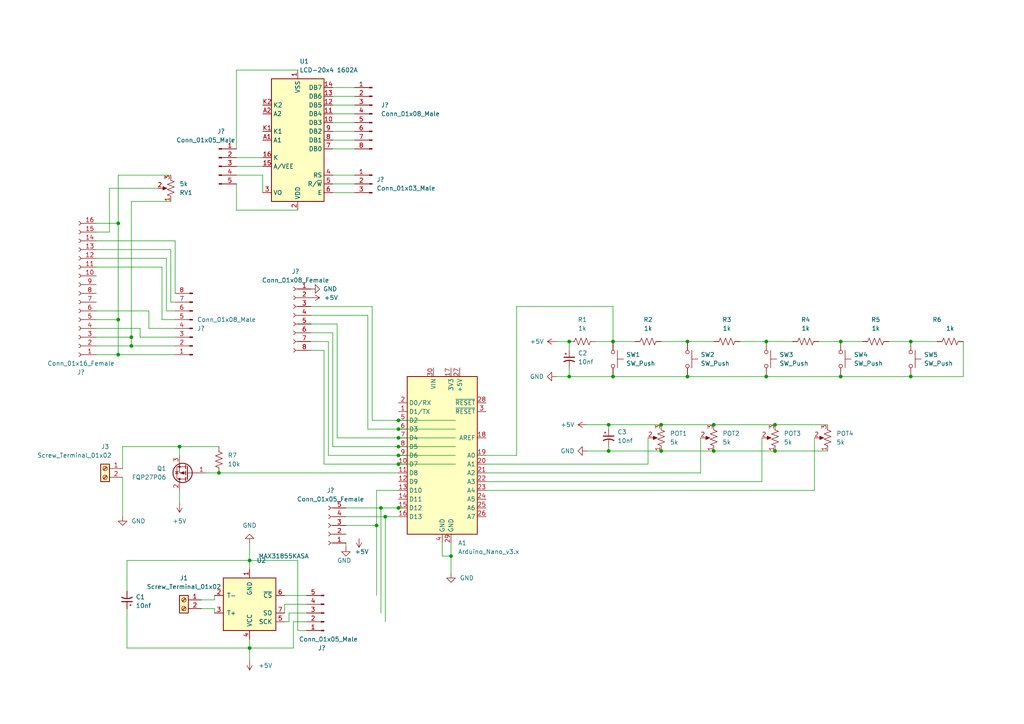
<source format=kicad_sch>
(kicad_sch (version 20211123) (generator eeschema)
  (paper "A4")
  (lib_symbols
    (symbol "Conn_01x05_Male_1" (pin_names (offset 1.016) hide)
      (property "Reference" "J" (at 0 7.62 0))
      (property "Value" "Conn_01x05_Male_1" (at 0 -7.62 0))
      (symbol "Conn_01x05_Male_1_1_1"
        (polyline (pts (xy 1.27 -5.08) (xy 0.8636 -5.08)) (stroke (width 0.1524)))
        (polyline (pts (xy 1.27 -2.54) (xy 0.8636 -2.54)) (stroke (width 0.1524)))
        (polyline (pts (xy 1.27 0) (xy 0.8636 0)) (stroke (width 0.1524)))
        (polyline (pts (xy 1.27 2.54) (xy 0.8636 2.54)) (stroke (width 0.1524)))
        (polyline (pts (xy 1.27 5.08) (xy 0.8636 5.08)) (stroke (width 0.1524)))
        (rectangle (start 0.8636 -4.953) (end 0 -5.207) (stroke (width 0.1524)) (fill (type outline)))
        (rectangle (start 0.8636 -2.413) (end 0 -2.667) (stroke (width 0.1524)) (fill (type outline)))
        (rectangle (start 0.8636 0.127) (end 0 -0.127) (stroke (width 0.1524)) (fill (type outline)))
        (rectangle (start 0.8636 2.667) (end 0 2.413) (stroke (width 0.1524)) (fill (type outline)))
        (rectangle (start 0.8636 5.207) (end 0 4.953) (stroke (width 0.1524)) (fill (type outline)))
        (pin passive line (at 5.08 5.08 180) (length 3.81) (name "Pin_1") (number "1"))
        (pin passive line (at 5.08 2.54 180) (length 3.81) (name "Pin_2") (number "2"))
        (pin passive line (at 5.08 0 180) (length 3.81) (name "Pin_3") (number "3"))
        (pin passive line (at 5.08 -2.54 180) (length 3.81) (name "Pin_4") (number "4"))
        (pin passive line (at 5.08 -5.08 180) (length 3.81) (name "Pin_5") (number "5"))
      )
    )
    (symbol "Connector:Conn_01x03_Male" (pin_names (offset 1.016) hide)
      (property "Reference" "J" (at 0 5.08 0))
      (property "Value" "Conn_01x03_Male" (at 0 -5.08 0))
      (symbol "Conn_01x03_Male_1_1"
        (polyline (pts (xy 1.27 -2.54) (xy 0.8636 -2.54)) (stroke (width 0.1524)))
        (polyline (pts (xy 1.27 0) (xy 0.8636 0)) (stroke (width 0.1524)))
        (polyline (pts (xy 1.27 2.54) (xy 0.8636 2.54)) (stroke (width 0.1524)))
        (rectangle (start 0.8636 -2.413) (end 0 -2.667) (stroke (width 0.1524)) (fill (type outline)))
        (rectangle (start 0.8636 0.127) (end 0 -0.127) (stroke (width 0.1524)) (fill (type outline)))
        (rectangle (start 0.8636 2.667) (end 0 2.413) (stroke (width 0.1524)) (fill (type outline)))
        (pin passive line (at 5.08 2.54 180) (length 3.81) (name "Pin_1") (number "1"))
        (pin passive line (at 5.08 0 180) (length 3.81) (name "Pin_2") (number "2"))
        (pin passive line (at 5.08 -2.54 180) (length 3.81) (name "Pin_3") (number "3"))
      )
    )
    (symbol "Connector:Conn_01x05_Female" (pin_names (offset 1.016) hide)
      (property "Reference" "J" (at 0 7.62 0))
      (property "Value" "Conn_01x05_Female" (at 0 -7.62 0))
      (symbol "Conn_01x05_Female_1_1"
        (arc (start 0 -4.572) (mid -0.508 -5.08) (end 0 -5.588) (stroke (width 0.1524)))
        (arc (start 0 -2.032) (mid -0.508 -2.54) (end 0 -3.048) (stroke (width 0.1524)))
        (polyline (pts (xy -1.27 -5.08) (xy -0.508 -5.08)) (stroke (width 0.1524)))
        (polyline (pts (xy -1.27 -2.54) (xy -0.508 -2.54)) (stroke (width 0.1524)))
        (polyline (pts (xy -1.27 0) (xy -0.508 0)) (stroke (width 0.1524)))
        (polyline (pts (xy -1.27 2.54) (xy -0.508 2.54)) (stroke (width 0.1524)))
        (polyline (pts (xy -1.27 5.08) (xy -0.508 5.08)) (stroke (width 0.1524)))
        (arc (start 0 0.508) (mid -0.508 0) (end 0 -0.508) (stroke (width 0.1524)))
        (arc (start 0 3.048) (mid -0.508 2.54) (end 0 2.032) (stroke (width 0.1524)))
        (arc (start 0 5.588) (mid -0.508 5.08) (end 0 4.572) (stroke (width 0.1524)))
        (pin passive line (at -5.08 5.08 0) (length 3.81) (name "Pin_1") (number "1"))
        (pin passive line (at -5.08 2.54 0) (length 3.81) (name "Pin_2") (number "2"))
        (pin passive line (at -5.08 0 0) (length 3.81) (name "Pin_3") (number "3"))
        (pin passive line (at -5.08 -2.54 0) (length 3.81) (name "Pin_4") (number "4"))
        (pin passive line (at -5.08 -5.08 0) (length 3.81) (name "Pin_5") (number "5"))
      )
    )
    (symbol "Connector:Conn_01x05_Male" (pin_names (offset 1.016) hide)
      (property "Reference" "J" (at 0 7.62 0))
      (property "Value" "Conn_01x05_Male" (at 0 -7.62 0))
      (symbol "Conn_01x05_Male_1_1"
        (polyline (pts (xy 1.27 -5.08) (xy 0.8636 -5.08)) (stroke (width 0.1524)))
        (polyline (pts (xy 1.27 -2.54) (xy 0.8636 -2.54)) (stroke (width 0.1524)))
        (polyline (pts (xy 1.27 0) (xy 0.8636 0)) (stroke (width 0.1524)))
        (polyline (pts (xy 1.27 2.54) (xy 0.8636 2.54)) (stroke (width 0.1524)))
        (polyline (pts (xy 1.27 5.08) (xy 0.8636 5.08)) (stroke (width 0.1524)))
        (rectangle (start 0.8636 -4.953) (end 0 -5.207) (stroke (width 0.1524)) (fill (type outline)))
        (rectangle (start 0.8636 -2.413) (end 0 -2.667) (stroke (width 0.1524)) (fill (type outline)))
        (rectangle (start 0.8636 0.127) (end 0 -0.127) (stroke (width 0.1524)) (fill (type outline)))
        (rectangle (start 0.8636 2.667) (end 0 2.413) (stroke (width 0.1524)) (fill (type outline)))
        (rectangle (start 0.8636 5.207) (end 0 4.953) (stroke (width 0.1524)) (fill (type outline)))
        (pin passive line (at 5.08 5.08 180) (length 3.81) (name "Pin_1") (number "1"))
        (pin passive line (at 5.08 2.54 180) (length 3.81) (name "Pin_2") (number "2"))
        (pin passive line (at 5.08 0 180) (length 3.81) (name "Pin_3") (number "3"))
        (pin passive line (at 5.08 -2.54 180) (length 3.81) (name "Pin_4") (number "4"))
        (pin passive line (at 5.08 -5.08 180) (length 3.81) (name "Pin_5") (number "5"))
      )
    )
    (symbol "Connector:Conn_01x08_Female" (pin_names (offset 1.016) hide)
      (property "Reference" "J" (at 0 10.16 0))
      (property "Value" "Conn_01x08_Female" (at 0 -12.7 0))
      (symbol "Conn_01x08_Female_1_1"
        (arc (start 0 -9.652) (mid -0.508 -10.16) (end 0 -10.668) (stroke (width 0.1524)))
        (arc (start 0 -7.112) (mid -0.508 -7.62) (end 0 -8.128) (stroke (width 0.1524)))
        (arc (start 0 -4.572) (mid -0.508 -5.08) (end 0 -5.588) (stroke (width 0.1524)))
        (arc (start 0 -2.032) (mid -0.508 -2.54) (end 0 -3.048) (stroke (width 0.1524)))
        (polyline (pts (xy -1.27 -10.16) (xy -0.508 -10.16)) (stroke (width 0.1524)))
        (polyline (pts (xy -1.27 -7.62) (xy -0.508 -7.62)) (stroke (width 0.1524)))
        (polyline (pts (xy -1.27 -5.08) (xy -0.508 -5.08)) (stroke (width 0.1524)))
        (polyline (pts (xy -1.27 -2.54) (xy -0.508 -2.54)) (stroke (width 0.1524)))
        (polyline (pts (xy -1.27 0) (xy -0.508 0)) (stroke (width 0.1524)))
        (polyline (pts (xy -1.27 2.54) (xy -0.508 2.54)) (stroke (width 0.1524)))
        (polyline (pts (xy -1.27 5.08) (xy -0.508 5.08)) (stroke (width 0.1524)))
        (polyline (pts (xy -1.27 7.62) (xy -0.508 7.62)) (stroke (width 0.1524)))
        (arc (start 0 0.508) (mid -0.508 0) (end 0 -0.508) (stroke (width 0.1524)))
        (arc (start 0 3.048) (mid -0.508 2.54) (end 0 2.032) (stroke (width 0.1524)))
        (arc (start 0 5.588) (mid -0.508 5.08) (end 0 4.572) (stroke (width 0.1524)))
        (arc (start 0 8.128) (mid -0.508 7.62) (end 0 7.112) (stroke (width 0.1524)))
        (pin passive line (at -5.08 7.62 0) (length 3.81) (name "Pin_1") (number "1"))
        (pin passive line (at -5.08 5.08 0) (length 3.81) (name "Pin_2") (number "2"))
        (pin passive line (at -5.08 2.54 0) (length 3.81) (name "Pin_3") (number "3"))
        (pin passive line (at -5.08 0 0) (length 3.81) (name "Pin_4") (number "4"))
        (pin passive line (at -5.08 -2.54 0) (length 3.81) (name "Pin_5") (number "5"))
        (pin passive line (at -5.08 -5.08 0) (length 3.81) (name "Pin_6") (number "6"))
        (pin passive line (at -5.08 -7.62 0) (length 3.81) (name "Pin_7") (number "7"))
        (pin passive line (at -5.08 -10.16 0) (length 3.81) (name "Pin_8") (number "8"))
      )
    )
    (symbol "Connector:Conn_01x08_Male" (pin_names (offset 1.016) hide)
      (property "Reference" "J" (at 0 10.16 0))
      (property "Value" "Conn_01x08_Male" (at 0 -12.7 0))
      (symbol "Conn_01x08_Male_1_1"
        (polyline (pts (xy 1.27 -10.16) (xy 0.8636 -10.16)) (stroke (width 0.1524)))
        (polyline (pts (xy 1.27 -7.62) (xy 0.8636 -7.62)) (stroke (width 0.1524)))
        (polyline (pts (xy 1.27 -5.08) (xy 0.8636 -5.08)) (stroke (width 0.1524)))
        (polyline (pts (xy 1.27 -2.54) (xy 0.8636 -2.54)) (stroke (width 0.1524)))
        (polyline (pts (xy 1.27 0) (xy 0.8636 0)) (stroke (width 0.1524)))
        (polyline (pts (xy 1.27 2.54) (xy 0.8636 2.54)) (stroke (width 0.1524)))
        (polyline (pts (xy 1.27 5.08) (xy 0.8636 5.08)) (stroke (width 0.1524)))
        (polyline (pts (xy 1.27 7.62) (xy 0.8636 7.62)) (stroke (width 0.1524)))
        (rectangle (start 0.8636 -10.033) (end 0 -10.287) (stroke (width 0.1524)) (fill (type outline)))
        (rectangle (start 0.8636 -7.493) (end 0 -7.747) (stroke (width 0.1524)) (fill (type outline)))
        (rectangle (start 0.8636 -4.953) (end 0 -5.207) (stroke (width 0.1524)) (fill (type outline)))
        (rectangle (start 0.8636 -2.413) (end 0 -2.667) (stroke (width 0.1524)) (fill (type outline)))
        (rectangle (start 0.8636 0.127) (end 0 -0.127) (stroke (width 0.1524)) (fill (type outline)))
        (rectangle (start 0.8636 2.667) (end 0 2.413) (stroke (width 0.1524)) (fill (type outline)))
        (rectangle (start 0.8636 5.207) (end 0 4.953) (stroke (width 0.1524)) (fill (type outline)))
        (rectangle (start 0.8636 7.747) (end 0 7.493) (stroke (width 0.1524)) (fill (type outline)))
        (pin passive line (at 5.08 7.62 180) (length 3.81) (name "Pin_1") (number "1"))
        (pin passive line (at 5.08 5.08 180) (length 3.81) (name "Pin_2") (number "2"))
        (pin passive line (at 5.08 2.54 180) (length 3.81) (name "Pin_3") (number "3"))
        (pin passive line (at 5.08 0 180) (length 3.81) (name "Pin_4") (number "4"))
        (pin passive line (at 5.08 -2.54 180) (length 3.81) (name "Pin_5") (number "5"))
        (pin passive line (at 5.08 -5.08 180) (length 3.81) (name "Pin_6") (number "6"))
        (pin passive line (at 5.08 -7.62 180) (length 3.81) (name "Pin_7") (number "7"))
        (pin passive line (at 5.08 -10.16 180) (length 3.81) (name "Pin_8") (number "8"))
      )
    )
    (symbol "Connector:Conn_01x16_Female" (pin_names (offset 1.016) hide)
      (property "Reference" "J" (at 0 20.32 0))
      (property "Value" "Conn_01x16_Female" (at 0 -22.86 0))
      (symbol "Conn_01x16_Female_1_1"
        (arc (start 0 -19.812) (mid -0.508 -20.32) (end 0 -20.828) (stroke (width 0.1524)))
        (arc (start 0 -17.272) (mid -0.508 -17.78) (end 0 -18.288) (stroke (width 0.1524)))
        (arc (start 0 -14.732) (mid -0.508 -15.24) (end 0 -15.748) (stroke (width 0.1524)))
        (arc (start 0 -12.192) (mid -0.508 -12.7) (end 0 -13.208) (stroke (width 0.1524)))
        (arc (start 0 -9.652) (mid -0.508 -10.16) (end 0 -10.668) (stroke (width 0.1524)))
        (arc (start 0 -7.112) (mid -0.508 -7.62) (end 0 -8.128) (stroke (width 0.1524)))
        (arc (start 0 -4.572) (mid -0.508 -5.08) (end 0 -5.588) (stroke (width 0.1524)))
        (arc (start 0 -2.032) (mid -0.508 -2.54) (end 0 -3.048) (stroke (width 0.1524)))
        (polyline (pts (xy -1.27 -20.32) (xy -0.508 -20.32)) (stroke (width 0.1524)))
        (polyline (pts (xy -1.27 -17.78) (xy -0.508 -17.78)) (stroke (width 0.1524)))
        (polyline (pts (xy -1.27 -15.24) (xy -0.508 -15.24)) (stroke (width 0.1524)))
        (polyline (pts (xy -1.27 -12.7) (xy -0.508 -12.7)) (stroke (width 0.1524)))
        (polyline (pts (xy -1.27 -10.16) (xy -0.508 -10.16)) (stroke (width 0.1524)))
        (polyline (pts (xy -1.27 -7.62) (xy -0.508 -7.62)) (stroke (width 0.1524)))
        (polyline (pts (xy -1.27 -5.08) (xy -0.508 -5.08)) (stroke (width 0.1524)))
        (polyline (pts (xy -1.27 -2.54) (xy -0.508 -2.54)) (stroke (width 0.1524)))
        (polyline (pts (xy -1.27 0) (xy -0.508 0)) (stroke (width 0.1524)))
        (polyline (pts (xy -1.27 2.54) (xy -0.508 2.54)) (stroke (width 0.1524)))
        (polyline (pts (xy -1.27 5.08) (xy -0.508 5.08)) (stroke (width 0.1524)))
        (polyline (pts (xy -1.27 7.62) (xy -0.508 7.62)) (stroke (width 0.1524)))
        (polyline (pts (xy -1.27 10.16) (xy -0.508 10.16)) (stroke (width 0.1524)))
        (polyline (pts (xy -1.27 12.7) (xy -0.508 12.7)) (stroke (width 0.1524)))
        (polyline (pts (xy -1.27 15.24) (xy -0.508 15.24)) (stroke (width 0.1524)))
        (polyline (pts (xy -1.27 17.78) (xy -0.508 17.78)) (stroke (width 0.1524)))
        (arc (start 0 0.508) (mid -0.508 0) (end 0 -0.508) (stroke (width 0.1524)))
        (arc (start 0 3.048) (mid -0.508 2.54) (end 0 2.032) (stroke (width 0.1524)))
        (arc (start 0 5.588) (mid -0.508 5.08) (end 0 4.572) (stroke (width 0.1524)))
        (arc (start 0 8.128) (mid -0.508 7.62) (end 0 7.112) (stroke (width 0.1524)))
        (arc (start 0 10.668) (mid -0.508 10.16) (end 0 9.652) (stroke (width 0.1524)))
        (arc (start 0 13.208) (mid -0.508 12.7) (end 0 12.192) (stroke (width 0.1524)))
        (arc (start 0 15.748) (mid -0.508 15.24) (end 0 14.732) (stroke (width 0.1524)))
        (arc (start 0 18.288) (mid -0.508 17.78) (end 0 17.272) (stroke (width 0.1524)))
        (pin passive line (at -5.08 17.78 0) (length 3.81) (name "Pin_1") (number "1"))
        (pin passive line (at -5.08 -5.08 0) (length 3.81) (name "Pin_10") (number "10"))
        (pin passive line (at -5.08 -7.62 0) (length 3.81) (name "Pin_11") (number "11"))
        (pin passive line (at -5.08 -10.16 0) (length 3.81) (name "Pin_12") (number "12"))
        (pin passive line (at -5.08 -12.7 0) (length 3.81) (name "Pin_13") (number "13"))
        (pin passive line (at -5.08 -15.24 0) (length 3.81) (name "Pin_14") (number "14"))
        (pin passive line (at -5.08 -17.78 0) (length 3.81) (name "Pin_15") (number "15"))
        (pin passive line (at -5.08 -20.32 0) (length 3.81) (name "Pin_16") (number "16"))
        (pin passive line (at -5.08 15.24 0) (length 3.81) (name "Pin_2") (number "2"))
        (pin passive line (at -5.08 12.7 0) (length 3.81) (name "Pin_3") (number "3"))
        (pin passive line (at -5.08 10.16 0) (length 3.81) (name "Pin_4") (number "4"))
        (pin passive line (at -5.08 7.62 0) (length 3.81) (name "Pin_5") (number "5"))
        (pin passive line (at -5.08 5.08 0) (length 3.81) (name "Pin_6") (number "6"))
        (pin passive line (at -5.08 2.54 0) (length 3.81) (name "Pin_7") (number "7"))
        (pin passive line (at -5.08 0 0) (length 3.81) (name "Pin_8") (number "8"))
        (pin passive line (at -5.08 -2.54 0) (length 3.81) (name "Pin_9") (number "9"))
      )
    )
    (symbol "Connector:Screw_Terminal_01x02" (pin_names (offset 1.016) hide)
      (property "Reference" "J" (at 0 2.54 0))
      (property "Value" "Screw_Terminal_01x02" (at 0 -5.08 0))
      (symbol "Screw_Terminal_01x02_1_1"
        (rectangle (start -1.27 1.27) (end 1.27 -3.81) (stroke (width 0.254)) (fill (type background)))
        (circle (center 0 -2.54) (radius 0.635) (stroke (width 0.1524)))
        (polyline (pts (xy -0.5334 -2.2098) (xy 0.3302 -3.048)) (stroke (width 0.1524)))
        (polyline (pts (xy -0.5334 0.3302) (xy 0.3302 -0.508)) (stroke (width 0.1524)))
        (polyline (pts (xy -0.3556 -2.032) (xy 0.508 -2.8702)) (stroke (width 0.1524)))
        (polyline (pts (xy -0.3556 0.508) (xy 0.508 -0.3302)) (stroke (width 0.1524)))
        (circle (center 0 0) (radius 0.635) (stroke (width 0.1524)))
        (pin passive line (at -5.08 0 0) (length 3.81) (name "Pin_1") (number "1"))
        (pin passive line (at -5.08 -2.54 0) (length 3.81) (name "Pin_2") (number "2"))
      )
    )
    (symbol "Device:C_Polarized_Small_US" (pin_numbers hide) (pin_names (offset 0.254) hide)
      (property "Reference" "C" (at 0.254 1.778 0))
      (property "Value" "C_Polarized_Small_US" (at 0.254 -2.032 0))
      (symbol "C_Polarized_Small_US_0_1"
        (polyline (pts (xy -1.524 0.508) (xy 1.524 0.508)) (stroke (width 0.3048)))
        (polyline (pts (xy -1.27 1.524) (xy -0.762 1.524)))
        (polyline (pts (xy -1.016 1.27) (xy -1.016 1.778)))
        (arc (start 1.524 -0.762) (mid 0 -0.3734) (end -1.524 -0.762) (stroke (width 0.3048)))
      )
      (symbol "C_Polarized_Small_US_1_1"
        (pin passive line (at 0 2.54 270) (length 2.032) (name "~") (number "1"))
        (pin passive line (at 0 -2.54 90) (length 2.032) (name "~") (number "2"))
      )
    )
    (symbol "Device:R_Potentiometer_US" (pin_names (offset 1.016) hide)
      (property "Reference" "RV" (at -4.445 0 90))
      (property "Value" "R_Potentiometer_US" (at -2.54 0 90))
      (symbol "R_Potentiometer_US_0_1"
        (polyline (pts (xy 0 -2.286) (xy 0 -2.54)))
        (polyline (pts (xy 0 2.54) (xy 0 2.286)))
        (polyline (pts (xy 2.54 0) (xy 1.524 0)))
        (polyline (pts (xy 1.143 0) (xy 2.286 0.508) (xy 2.286 -0.508) (xy 1.143 0)) (fill (type outline)))
        (polyline (pts (xy 0 -0.762) (xy 1.016 -1.143) (xy 0 -1.524) (xy -1.016 -1.905) (xy 0 -2.286)))
        (polyline (pts (xy 0 0.762) (xy 1.016 0.381) (xy 0 0) (xy -1.016 -0.381) (xy 0 -0.762)))
        (polyline (pts (xy 0 2.286) (xy 1.016 1.905) (xy 0 1.524) (xy -1.016 1.143) (xy 0 0.762)))
      )
      (symbol "R_Potentiometer_US_1_1"
        (pin passive line (at 0 3.81 270) (length 1.27) (name "1") (number "1"))
        (pin passive line (at 3.81 0 180) (length 1.27) (name "2") (number "2"))
        (pin passive line (at 0 -3.81 90) (length 1.27) (name "3") (number "3"))
      )
    )
    (symbol "Device:R_US" (pin_numbers hide) (pin_names (offset 0))
      (property "Reference" "R" (at 2.54 0 90))
      (property "Value" "R_US" (at -2.54 0 90))
      (symbol "R_US_0_1"
        (polyline (pts (xy 0 -2.286) (xy 0 -2.54)))
        (polyline (pts (xy 0 2.286) (xy 0 2.54)))
        (polyline (pts (xy 0 -0.762) (xy 1.016 -1.143) (xy 0 -1.524) (xy -1.016 -1.905) (xy 0 -2.286)))
        (polyline (pts (xy 0 0.762) (xy 1.016 0.381) (xy 0 0) (xy -1.016 -0.381) (xy 0 -0.762)))
        (polyline (pts (xy 0 2.286) (xy 1.016 1.905) (xy 0 1.524) (xy -1.016 1.143) (xy 0 0.762)))
      )
      (symbol "R_US_1_1"
        (pin passive line (at 0 3.81 270) (length 1.27) (name "~") (number "1"))
        (pin passive line (at 0 -3.81 90) (length 1.27) (name "~") (number "2"))
      )
    )
    (symbol "Display_Character:LCD-016N002L"
      (property "Reference" "U" (at -6.35 18.796 0))
      (property "Value" "LCD-016N002L" (at 8.636 18.796 0))
      (symbol "LCD-016N002L_1_1"
        (rectangle (start -7.62 17.78) (end 7.62 -17.78) (stroke (width 0.254)) (fill (type background)))
        (pin power_in line (at 0 -20.32 90) (length 2.54) (name "VSS") (number "1"))
        (pin bidirectional line (at -10.16 -5.08 0) (length 2.54) (name "DB3") (number "10"))
        (pin bidirectional line (at -10.16 -7.62 0) (length 2.54) (name "DB4") (number "11"))
        (pin bidirectional line (at -10.16 -10.16 0) (length 2.54) (name "DB5") (number "12"))
        (pin bidirectional line (at -10.16 -12.7 0) (length 2.54) (name "DB6") (number "13"))
        (pin bidirectional line (at -10.16 -15.24 0) (length 2.54) (name "DB7") (number "14"))
        (pin power_in line (at 10.16 7.62 180) (length 2.54) (name "A/VEE") (number "15"))
        (pin power_in line (at 10.16 5.08 180) (length 2.54) (name "K") (number "16"))
        (pin power_in line (at 0 20.32 270) (length 2.54) (name "VDD") (number "2"))
        (pin input line (at 10.16 15.24 180) (length 2.54) (name "VO") (number "3"))
        (pin input line (at -10.16 10.16 0) (length 2.54) (name "RS") (number "4"))
        (pin input line (at -10.16 12.7 0) (length 2.54) (name "R/~{W}") (number "5"))
        (pin input line (at -10.16 15.24 0) (length 2.54) (name "E") (number "6"))
        (pin bidirectional line (at -10.16 2.54 0) (length 2.54) (name "DB0") (number "7"))
        (pin bidirectional line (at -10.16 0 0) (length 2.54) (name "DB1") (number "8"))
        (pin bidirectional line (at -10.16 -2.54 0) (length 2.54) (name "DB2") (number "9"))
        (pin power_in line (at 10.16 0 180) (length 2.54) (name "A1") (number "A1"))
        (pin power_in line (at 10.16 -7.62 180) (length 2.54) (name "A2") (number "A2"))
        (pin power_in line (at 10.16 -2.54 180) (length 2.54) (name "K1") (number "K1"))
        (pin power_in line (at 10.16 -10.16 180) (length 2.54) (name "K2") (number "K2"))
      )
    )
    (symbol "MCU_Module:Arduino_Nano_v3.x"
      (property "Reference" "A" (at -10.16 23.495 0))
      (property "Value" "Arduino_Nano_v3.x" (at 5.08 -24.13 0))
      (symbol "Arduino_Nano_v3.x_0_1"
        (rectangle (start -10.16 22.86) (end 10.16 -22.86) (stroke (width 0.254)) (fill (type background)))
      )
      (symbol "Arduino_Nano_v3.x_1_1"
        (pin bidirectional line (at -12.7 12.7 0) (length 2.54) (name "D1/TX") (number "1"))
        (pin bidirectional line (at -12.7 -2.54 0) (length 2.54) (name "D7") (number "10"))
        (pin bidirectional line (at -12.7 -5.08 0) (length 2.54) (name "D8") (number "11"))
        (pin bidirectional line (at -12.7 -7.62 0) (length 2.54) (name "D9") (number "12"))
        (pin bidirectional line (at -12.7 -10.16 0) (length 2.54) (name "D10") (number "13"))
        (pin bidirectional line (at -12.7 -12.7 0) (length 2.54) (name "D11") (number "14"))
        (pin bidirectional line (at -12.7 -15.24 0) (length 2.54) (name "D12") (number "15"))
        (pin bidirectional line (at -12.7 -17.78 0) (length 2.54) (name "D13") (number "16"))
        (pin power_out line (at 2.54 25.4 270) (length 2.54) (name "3V3") (number "17"))
        (pin input line (at 12.7 5.08 180) (length 2.54) (name "AREF") (number "18"))
        (pin bidirectional line (at 12.7 0 180) (length 2.54) (name "A0") (number "19"))
        (pin bidirectional line (at -12.7 15.24 0) (length 2.54) (name "D0/RX") (number "2"))
        (pin bidirectional line (at 12.7 -2.54 180) (length 2.54) (name "A1") (number "20"))
        (pin bidirectional line (at 12.7 -5.08 180) (length 2.54) (name "A2") (number "21"))
        (pin bidirectional line (at 12.7 -7.62 180) (length 2.54) (name "A3") (number "22"))
        (pin bidirectional line (at 12.7 -10.16 180) (length 2.54) (name "A4") (number "23"))
        (pin bidirectional line (at 12.7 -12.7 180) (length 2.54) (name "A5") (number "24"))
        (pin bidirectional line (at 12.7 -15.24 180) (length 2.54) (name "A6") (number "25"))
        (pin bidirectional line (at 12.7 -17.78 180) (length 2.54) (name "A7") (number "26"))
        (pin power_out line (at 5.08 25.4 270) (length 2.54) (name "+5V") (number "27"))
        (pin input line (at 12.7 15.24 180) (length 2.54) (name "~{RESET}") (number "28"))
        (pin power_in line (at 2.54 -25.4 90) (length 2.54) (name "GND") (number "29"))
        (pin input line (at 12.7 12.7 180) (length 2.54) (name "~{RESET}") (number "3"))
        (pin power_in line (at -2.54 25.4 270) (length 2.54) (name "VIN") (number "30"))
        (pin power_in line (at 0 -25.4 90) (length 2.54) (name "GND") (number "4"))
        (pin bidirectional line (at -12.7 10.16 0) (length 2.54) (name "D2") (number "5"))
        (pin bidirectional line (at -12.7 7.62 0) (length 2.54) (name "D3") (number "6"))
        (pin bidirectional line (at -12.7 5.08 0) (length 2.54) (name "D4") (number "7"))
        (pin bidirectional line (at -12.7 2.54 0) (length 2.54) (name "D5") (number "8"))
        (pin bidirectional line (at -12.7 0 0) (length 2.54) (name "D6") (number "9"))
      )
    )
    (symbol "Sensor_Temperature:MAX31855KASA" (pin_names (offset 1.016))
      (property "Reference" "U" (at -7.62 8.89 0))
      (property "Value" "MAX31855KASA" (at 1.27 8.89 0))
      (symbol "MAX31855KASA_0_1"
        (rectangle (start -7.62 7.62) (end 7.62 -7.62) (stroke (width 0.254)) (fill (type background)))
      )
      (symbol "MAX31855KASA_1_1"
        (pin power_in line (at 0 -10.16 90) (length 2.54) (name "GND") (number "1"))
        (pin passive line (at -10.16 -2.54 0) (length 2.54) (name "T-") (number "2"))
        (pin passive line (at -10.16 2.54 0) (length 2.54) (name "T+") (number "3"))
        (pin power_in line (at 0 10.16 270) (length 2.54) (name "VCC") (number "4"))
        (pin input line (at 10.16 5.08 180) (length 2.54) (name "SCK") (number "5"))
        (pin input line (at 10.16 -2.54 180) (length 2.54) (name "~{CS}") (number "6"))
        (pin tri_state line (at 10.16 2.54 180) (length 2.54) (name "SO") (number "7"))
      )
    )
    (symbol "Switch:SW_Push" (pin_numbers hide) (pin_names (offset 1.016) hide)
      (property "Reference" "SW" (at 1.27 2.54 0))
      (property "Value" "SW_Push" (at 0 -1.524 0))
      (symbol "SW_Push_0_1"
        (circle (center -2.032 0) (radius 0.508))
        (polyline (pts (xy 0 1.27) (xy 0 3.048)))
        (polyline (pts (xy 2.54 1.27) (xy -2.54 1.27)))
        (circle (center 2.032 0) (radius 0.508))
        (pin passive line (at -5.08 0 0) (length 2.54) (name "1") (number "1"))
        (pin passive line (at 5.08 0 180) (length 2.54) (name "2") (number "2"))
      )
    )
    (symbol "Transistor_FET:FQP27P06" (pin_names hide)
      (property "Reference" "Q" (at 5.08 1.905 0))
      (property "Value" "FQP27P06" (at 5.08 0 0))
      (symbol "FQP27P06_0_1"
        (polyline (pts (xy 0.254 0) (xy -2.54 0)))
        (polyline (pts (xy 0.254 1.905) (xy 0.254 -1.905)) (stroke (width 0.254)))
        (polyline (pts (xy 0.762 -1.27) (xy 0.762 -2.286)) (stroke (width 0.254)))
        (polyline (pts (xy 0.762 0.508) (xy 0.762 -0.508)) (stroke (width 0.254)))
        (polyline (pts (xy 0.762 2.286) (xy 0.762 1.27)) (stroke (width 0.254)))
        (polyline (pts (xy 2.54 2.54) (xy 2.54 1.778)))
        (polyline (pts (xy 2.54 -2.54) (xy 2.54 0) (xy 0.762 0)))
        (polyline (pts (xy 0.762 1.778) (xy 3.302 1.778) (xy 3.302 -1.778) (xy 0.762 -1.778)))
        (polyline (pts (xy 2.286 0) (xy 1.27 0.381) (xy 1.27 -0.381) (xy 2.286 0)) (fill (type outline)))
        (polyline (pts (xy 2.794 -0.508) (xy 2.921 -0.381) (xy 3.683 -0.381) (xy 3.81 -0.254)))
        (polyline (pts (xy 3.302 -0.381) (xy 2.921 0.254) (xy 3.683 0.254) (xy 3.302 -0.381)))
        (circle (center 1.651 0) (radius 2.794) (stroke (width 0.254)))
        (circle (center 2.54 -1.778) (radius 0.254) (fill (type outline)))
        (circle (center 2.54 1.778) (radius 0.254) (fill (type outline)))
      )
      (symbol "FQP27P06_1_1"
        (pin input line (at -5.08 0 0) (length 2.54) (name "G") (number "1"))
        (pin passive line (at 2.54 5.08 270) (length 2.54) (name "D") (number "2"))
        (pin passive line (at 2.54 -5.08 90) (length 2.54) (name "S") (number "3"))
      )
    )
    (symbol "power:+5V" (power) (pin_names (offset 0))
      (property "Value" "+5V" (at 0 3.556 0))
      (symbol "+5V_0_1"
        (polyline (pts (xy -0.762 1.27) (xy 0 2.54)))
        (polyline (pts (xy 0 0) (xy 0 2.54)))
        (polyline (pts (xy 0 2.54) (xy 0.762 1.27)))
      )
      (symbol "+5V_1_1"
        (pin power_in line (at 0 0 90) (length 0) hide (name "+5V") (number "1"))
      )
    )
    (symbol "power:GND" (power) (pin_names (offset 0))
      (property "Value" "GND" (at 0 -3.81 0))
      (symbol "GND_0_1"
        (polyline (pts (xy 0 0) (xy 0 -1.27) (xy 1.27 -1.27) (xy 0 -2.54) (xy -1.27 -1.27) (xy 0 -1.27)))
      )
      (symbol "GND_1_1"
        (pin power_in line (at 0 0 270) (length 0) hide (name "GND") (number "1"))
      )
    )
  )
  (junction (at 38.1 97.79))
  (junction (at 264.16 99.06))
  (junction (at 165.1 109.22))
  (junction (at 165.1 99.06))
  (junction (at 264.16 109.22))
  (junction (at 52.07 129.54))
  (junction (at 199.39 109.22))
  (junction (at 115.57 121.92))
  (junction (at 130.81 161.29))
  (junction (at 72.39 187.96))
  (junction (at 115.57 134.62))
  (junction (at 207.01 123.19))
  (junction (at 224.79 130.81))
  (junction (at 115.57 124.46))
  (junction (at 176.53 130.81))
  (junction (at 177.8 99.06))
  (junction (at 222.25 99.06))
  (junction (at 34.29 92.71))
  (junction (at 207.01 130.81))
  (junction (at 111.76 149.86))
  (junction (at 38.1 100.33))
  (junction (at 34.29 64.77))
  (junction (at 34.29 102.87))
  (junction (at 176.53 123.19))
  (junction (at 243.84 99.06))
  (junction (at 177.8 109.22))
  (junction (at 63.5 137.16))
  (junction (at 115.57 132.08))
  (junction (at 115.57 127))
  (junction (at 191.77 130.81))
  (junction (at 109.22 152.4))
  (junction (at 115.57 129.54))
  (junction (at 72.39 162.56))
  (junction (at 115.57 147.32))
  (junction (at 199.39 99.06))
  (junction (at 110.49 147.32))
  (junction (at 222.25 109.22))
  (junction (at 224.79 123.19))
  (junction (at 243.84 109.22))
  (junction (at 191.77 123.19))
  (wire (pts (xy 63.5 137.16) (xy 115.57 137.16)))
  (wire (pts (xy 90.17 99.06) (xy 95.25 99.06)))
  (wire (pts (xy 52.07 142.24) (xy 52.07 146.05)))
  (wire (pts (xy 207.01 99.06) (xy 199.39 99.06)))
  (wire (pts (xy 115.57 147.32) (xy 116.84 147.32)))
  (wire (pts (xy 102.87 33.02) (xy 96.52 33.02)))
  (wire (pts (xy 27.94 92.71) (xy 34.29 92.71)))
  (wire (pts (xy 72.39 185.42) (xy 72.39 187.96)))
  (wire (pts (xy 140.97 139.7) (xy 220.98 139.7)))
  (wire (pts (xy 177.8 99.06) (xy 184.15 99.06)))
  (wire (pts (xy 38.1 100.33) (xy 50.8 100.33)))
  (wire (pts (xy 93.98 134.62) (xy 93.98 101.6)))
  (wire (pts (xy 207.01 130.81) (xy 224.79 130.81)))
  (wire (pts (xy 43.18 90.17) (xy 27.94 90.17)))
  (wire (pts (xy 102.87 50.8) (xy 96.52 50.8)))
  (wire (pts (xy 176.53 123.19) (xy 176.53 124.46)))
  (wire (pts (xy 50.8 95.25) (xy 43.18 95.25)))
  (wire (pts (xy 264.16 109.22) (xy 243.84 109.22)))
  (wire (pts (xy 100.33 149.86) (xy 111.76 149.86)))
  (wire (pts (xy 229.87 99.06) (xy 222.25 99.06)))
  (wire (pts (xy 35.56 135.89) (xy 35.56 129.54)))
  (wire (pts (xy 85.09 180.34) (xy 85.09 187.96)))
  (wire (pts (xy 27.94 77.47) (xy 46.99 77.47)))
  (wire (pts (xy 128.27 157.48) (xy 128.27 161.29)))
  (wire (pts (xy 102.87 30.48) (xy 96.52 30.48)))
  (wire (pts (xy 115.57 129.54) (xy 96.52 129.54)))
  (wire (pts (xy 279.4 99.06) (xy 279.4 109.22)))
  (wire (pts (xy 95.25 99.06) (xy 95.25 132.08)))
  (wire (pts (xy 250.19 99.06) (xy 243.84 99.06)))
  (wire (pts (xy 111.76 149.86) (xy 115.57 149.86)))
  (wire (pts (xy 40.64 95.25) (xy 27.94 95.25)))
  (wire (pts (xy 100.33 157.48) (xy 100.33 158.75)))
  (wire (pts (xy 43.18 95.25) (xy 43.18 90.17)))
  (wire (pts (xy 97.79 93.98) (xy 97.79 127)))
  (wire (pts (xy 130.81 161.29) (xy 130.81 166.37)))
  (wire (pts (xy 140.97 134.62) (xy 187.96 134.62)))
  (wire (pts (xy 31.75 54.61) (xy 45.72 54.61)))
  (wire (pts (xy 27.94 69.85) (xy 50.8 69.85)))
  (wire (pts (xy 68.58 43.18) (xy 68.58 20.32)))
  (wire (pts (xy 86.36 182.88) (xy 88.9 182.88)))
  (wire (pts (xy 27.94 64.77) (xy 34.29 64.77)))
  (wire (pts (xy 36.83 187.96) (xy 72.39 187.96)))
  (wire (pts (xy 50.8 85.09) (xy 50.8 69.85)))
  (wire (pts (xy 82.55 172.72) (xy 88.9 172.72)))
  (wire (pts (xy 68.58 45.72) (xy 76.2 45.72)))
  (wire (pts (xy 109.22 142.24) (xy 109.22 152.4)))
  (wire (pts (xy 191.77 99.06) (xy 199.39 99.06)))
  (wire (pts (xy 191.77 123.19) (xy 207.01 123.19)))
  (wire (pts (xy 199.39 109.22) (xy 177.8 109.22)))
  (wire (pts (xy 187.96 134.62) (xy 187.96 127)))
  (wire (pts (xy 68.58 60.96) (xy 86.36 60.96)))
  (wire (pts (xy 102.87 40.64) (xy 96.52 40.64)))
  (wire (pts (xy 107.95 121.92) (xy 115.57 121.92)))
  (wire (pts (xy 172.72 99.06) (xy 177.8 99.06)))
  (wire (pts (xy 68.58 53.34) (xy 68.58 60.96)))
  (wire (pts (xy 34.29 102.87) (xy 50.8 102.87)))
  (wire (pts (xy 222.25 109.22) (xy 199.39 109.22)))
  (wire (pts (xy 132.08 124.46) (xy 115.57 124.46)))
  (wire (pts (xy 72.39 187.96) (xy 72.39 191.77)))
  (wire (pts (xy 115.57 121.92) (xy 132.08 121.92)))
  (wire (pts (xy 27.94 100.33) (xy 38.1 100.33)))
  (wire (pts (xy 83.82 177.8) (xy 88.9 177.8)))
  (wire (pts (xy 49.53 87.63) (xy 49.53 72.39)))
  (wire (pts (xy 214.63 99.06) (xy 222.25 99.06)))
  (wire (pts (xy 46.99 92.71) (xy 46.99 77.47)))
  (wire (pts (xy 90.17 91.44) (xy 106.68 91.44)))
  (wire (pts (xy 165.1 106.68) (xy 165.1 109.22)))
  (wire (pts (xy 177.8 88.9) (xy 177.8 99.06)))
  (wire (pts (xy 165.1 99.06) (xy 165.1 101.6)))
  (wire (pts (xy 176.53 123.19) (xy 191.77 123.19)))
  (wire (pts (xy 50.8 97.79) (xy 40.64 97.79)))
  (wire (pts (xy 58.42 173.99) (xy 62.23 173.99)))
  (wire (pts (xy 115.57 134.62) (xy 93.98 134.62)))
  (wire (pts (xy 82.55 177.8) (xy 82.55 175.26)))
  (wire (pts (xy 90.17 88.9) (xy 107.95 88.9)))
  (wire (pts (xy 102.87 27.94) (xy 96.52 27.94)))
  (wire (pts (xy 36.83 162.56) (xy 72.39 162.56)))
  (wire (pts (xy 27.94 74.93) (xy 48.26 74.93)))
  (wire (pts (xy 149.86 132.08) (xy 149.86 88.9)))
  (wire (pts (xy 48.26 90.17) (xy 50.8 90.17)))
  (wire (pts (xy 220.98 139.7) (xy 220.98 127)))
  (wire (pts (xy 72.39 157.48) (xy 72.39 162.56)))
  (wire (pts (xy 170.18 130.81) (xy 176.53 130.81)))
  (wire (pts (xy 38.1 97.79) (xy 38.1 100.33)))
  (wire (pts (xy 76.2 50.8) (xy 76.2 55.88)))
  (wire (pts (xy 191.77 130.81) (xy 207.01 130.81)))
  (wire (pts (xy 40.64 97.79) (xy 40.64 95.25)))
  (wire (pts (xy 176.53 129.54) (xy 176.53 130.81)))
  (wire (pts (xy 72.39 162.56) (xy 72.39 165.1)))
  (wire (pts (xy 36.83 176.53) (xy 36.83 187.96)))
  (wire (pts (xy 27.94 97.79) (xy 38.1 97.79)))
  (wire (pts (xy 68.58 50.8) (xy 76.2 50.8)))
  (wire (pts (xy 102.87 38.1) (xy 96.52 38.1)))
  (wire (pts (xy 27.94 72.39) (xy 49.53 72.39)))
  (wire (pts (xy 68.58 48.26) (xy 76.2 48.26)))
  (wire (pts (xy 85.09 187.96) (xy 72.39 187.96)))
  (wire (pts (xy 102.87 35.56) (xy 96.52 35.56)))
  (wire (pts (xy 27.94 102.87) (xy 34.29 102.87)))
  (wire (pts (xy 257.81 99.06) (xy 264.16 99.06)))
  (wire (pts (xy 38.1 58.42) (xy 38.1 97.79)))
  (wire (pts (xy 90.17 93.98) (xy 97.79 93.98)))
  (wire (pts (xy 132.08 127) (xy 115.57 127)))
  (wire (pts (xy 176.53 130.81) (xy 191.77 130.81)))
  (wire (pts (xy 236.22 142.24) (xy 236.22 127)))
  (wire (pts (xy 140.97 142.24) (xy 236.22 142.24)))
  (wire (pts (xy 279.4 109.22) (xy 264.16 109.22)))
  (wire (pts (xy 177.8 109.22) (xy 165.1 109.22)))
  (wire (pts (xy 27.94 67.31) (xy 31.75 67.31)))
  (wire (pts (xy 62.23 173.99) (xy 62.23 172.72)))
  (wire (pts (xy 83.82 180.34) (xy 83.82 177.8)))
  (wire (pts (xy 58.42 176.53) (xy 62.23 176.53)))
  (wire (pts (xy 31.75 67.31) (xy 31.75 54.61)))
  (wire (pts (xy 36.83 171.45) (xy 36.83 162.56)))
  (wire (pts (xy 62.23 176.53) (xy 62.23 177.8)))
  (wire (pts (xy 102.87 53.34) (xy 96.52 53.34)))
  (wire (pts (xy 224.79 130.81) (xy 240.03 130.81)))
  (wire (pts (xy 111.76 149.86) (xy 111.76 180.34)))
  (wire (pts (xy 68.58 20.32) (xy 86.36 20.32)))
  (wire (pts (xy 102.87 55.88) (xy 96.52 55.88)))
  (wire (pts (xy 63.5 129.54) (xy 52.07 129.54)))
  (wire (pts (xy 243.84 109.22) (xy 222.25 109.22)))
  (wire (pts (xy 72.39 162.56) (xy 86.36 162.56)))
  (wire (pts (xy 132.08 129.54) (xy 115.57 129.54)))
  (wire (pts (xy 106.68 124.46) (xy 106.68 91.44)))
  (wire (pts (xy 34.29 64.77) (xy 34.29 92.71)))
  (wire (pts (xy 48.26 90.17) (xy 48.26 74.93)))
  (wire (pts (xy 35.56 129.54) (xy 52.07 129.54)))
  (wire (pts (xy 128.27 161.29) (xy 130.81 161.29)))
  (wire (pts (xy 102.87 25.4) (xy 96.52 25.4)))
  (wire (pts (xy 149.86 88.9) (xy 177.8 88.9)))
  (wire (pts (xy 82.55 180.34) (xy 83.82 180.34)))
  (wire (pts (xy 110.49 147.32) (xy 110.49 177.8)))
  (wire (pts (xy 34.29 92.71) (xy 34.29 102.87)))
  (wire (pts (xy 88.9 180.34) (xy 85.09 180.34)))
  (wire (pts (xy 140.97 132.08) (xy 149.86 132.08)))
  (wire (pts (xy 132.08 132.08) (xy 115.57 132.08)))
  (wire (pts (xy 130.81 157.48) (xy 130.81 161.29)))
  (wire (pts (xy 49.53 50.8) (xy 34.29 50.8)))
  (wire (pts (xy 59.69 137.16) (xy 63.5 137.16)))
  (wire (pts (xy 107.95 88.9) (xy 107.95 121.92)))
  (wire (pts (xy 170.18 123.19) (xy 176.53 123.19)))
  (wire (pts (xy 109.22 142.24) (xy 115.57 142.24)))
  (wire (pts (xy 264.16 99.06) (xy 271.78 99.06)))
  (wire (pts (xy 132.08 134.62) (xy 115.57 134.62)))
  (wire (pts (xy 100.33 152.4) (xy 109.22 152.4)))
  (wire (pts (xy 203.2 137.16) (xy 203.2 127)))
  (wire (pts (xy 102.87 43.18) (xy 96.52 43.18)))
  (wire (pts (xy 46.99 92.71) (xy 50.8 92.71)))
  (wire (pts (xy 115.57 124.46) (xy 106.68 124.46)))
  (wire (pts (xy 34.29 50.8) (xy 34.29 64.77)))
  (wire (pts (xy 96.52 96.52) (xy 96.52 129.54)))
  (wire (pts (xy 237.49 99.06) (xy 243.84 99.06)))
  (wire (pts (xy 52.07 129.54) (xy 52.07 132.08)))
  (wire (pts (xy 224.79 123.19) (xy 240.03 123.19)))
  (wire (pts (xy 100.33 147.32) (xy 110.49 147.32)))
  (wire (pts (xy 109.22 152.4) (xy 109.22 172.72)))
  (wire (pts (xy 35.56 138.43) (xy 35.56 149.86)))
  (wire (pts (xy 90.17 101.6) (xy 93.98 101.6)))
  (wire (pts (xy 161.29 99.06) (xy 165.1 99.06)))
  (wire (pts (xy 115.57 132.08) (xy 95.25 132.08)))
  (wire (pts (xy 97.79 127) (xy 115.57 127)))
  (wire (pts (xy 82.55 175.26) (xy 88.9 175.26)))
  (wire (pts (xy 207.01 123.19) (xy 224.79 123.19)))
  (wire (pts (xy 90.17 96.52) (xy 96.52 96.52)))
  (wire (pts (xy 49.53 87.63) (xy 50.8 87.63)))
  (wire (pts (xy 86.36 162.56) (xy 86.36 182.88)))
  (wire (pts (xy 140.97 137.16) (xy 203.2 137.16)))
  (wire (pts (xy 110.49 147.32) (xy 115.57 147.32)))
  (wire (pts (xy 165.1 109.22) (xy 161.29 109.22)))
  (wire (pts (xy 49.53 58.42) (xy 38.1 58.42)))
  (symbol (lib_id "Connector:Conn_01x03_Male") (at 107.95 53.34 0) (mirror y) (unit 1)
    (property "Reference" "J?" (at 109.22 52.0699 0) (effects (justify right)))
    (property "Value" "Conn_01x03_Male" (at 109.22 54.6099 0) (effects (justify right)))
    (property "Footprint" "Connector_PinHeader_2.54mm:PinHeader_1x03_P2.54mm_Vertical" (effects hide))
  )
  (symbol (lib_id "power:+5V") (at 170.18 123.19 90) (unit 1)
    (property "Reference" "#PWR0113" (effects hide))
    (property "Value" "+5V" (at 162.56 123.19 90) (effects (justify right)))
  )
  (symbol (lib_id "Device:R_Potentiometer_US") (at 207.01 127 180) (unit 1)
    (property "Reference" "POT2" (at 209.55 125.7299 0) (effects (justify right)))
    (property "Value" "5k" (at 209.55 128.2699 0) (effects (justify right)))
    (property "Footprint" "Potentiometer_THT:Potentiometer_Piher_T-16H_Single_Horizontal" (effects hide))
  )
  (symbol (lib_id "Device:R_US") (at 233.68 99.06 90) (unit 1)
    (property "Reference" "R4" (at 233.68 92.71 90))
    (property "Value" "1k" (at 233.68 95.25 90))
    (property "Footprint" "Resistor_THT:R_Axial_DIN0207_L6.3mm_D2.5mm_P10.16mm_Horizontal" (effects hide))
  )
  (symbol (lib_id "power:+5V") (at 52.07 146.05 180) (unit 1)
    (property "Reference" "#PWR0109" (effects hide))
    (property "Value" "+5V" (at 52.07 151.13 0))
  )
  (symbol (lib_id "power:GND") (at 130.81 166.37 0) (unit 1)
    (property "Reference" "#PWR0116" (effects hide))
    (property "Value" "GND" (at 133.35 167.6399 0) (effects (justify left)))
  )
  (symbol (lib_id "MCU_Module:Arduino_Nano_v3.x") (at 128.27 132.08 0) (unit 1)
    (property "Reference" "A1" (at 132.8294 157.48 0) (effects (justify left)))
    (property "Value" "Arduino_Nano_v3.x" (at 132.8294 160.02 0) (effects (justify left)))
    (property "Footprint" "Module:Arduino_Nano" (effects hide))
    (property "Datasheet" "http://www.mouser.com/pdfdocs/Gravitech_Arduino_Nano3_0.pdf" (effects hide))
  )
  (symbol (lib_id "Sensor_Temperature:MAX31855KASA") (at 72.39 175.26 0) (mirror x) (unit 1)
    (property "Reference" "U2" (at 74.4094 162.56 0) (effects (justify left)))
    (property "Value" "MAX31855KASA" (at 74.93 161.29 0) (effects (justify left)))
    (property "Footprint" "Package_SO:SOIC-8_3.9x4.9mm_P1.27mm" (effects hide))
    (property "Datasheet" "http://datasheets.maximintegrated.com/en/ds/MAX31855.pdf" (effects hide))
  )
  (symbol (lib_id "Device:R_Potentiometer_US") (at 240.03 127 180) (unit 1)
    (property "Reference" "POT4" (at 242.57 125.7299 0) (effects (justify right)))
    (property "Value" "5k" (at 242.57 128.2699 0) (effects (justify right)))
    (property "Footprint" "Potentiometer_THT:Potentiometer_Piher_T-16H_Single_Horizontal" (effects hide))
  )
  (symbol (lib_id "Connector:Conn_01x08_Male") (at 107.95 33.02 0) (mirror y) (unit 1)
    (property "Reference" "J?" (at 110.49 30.48 0) (effects (justify right)))
    (property "Value" "Conn_01x08_Male" (at 110.49 33.02 0) (effects (justify right)))
    (property "Footprint" "Connector_PinHeader_2.54mm:PinHeader_1x08_P2.54mm_Vertical" (effects hide))
  )
  (symbol (lib_id "Switch:SW_Push") (at 243.84 104.14 270) (unit 1)
    (property "Reference" "SW4" (at 247.65 102.8699 90) (effects (justify left)))
    (property "Value" "SW_Push" (at 247.65 105.4099 90) (effects (justify left)))
    (property "Footprint" "Button_Switch_THT:SW_PUSH_6mm" (effects hide))
  )
  (symbol (lib_id "power:+5V") (at 72.39 191.77 180) (unit 1)
    (property "Reference" "#PWR0111" (effects hide))
    (property "Value" "+5V" (at 74.93 193.0399 0) (effects (justify right)))
  )
  (symbol (lib_id "power:GND") (at 35.56 149.86 0) (unit 1)
    (property "Reference" "#PWR0108" (effects hide))
    (property "Value" "GND" (at 38.1 151.1299 0) (effects (justify left)))
  )
  (symbol (lib_id "Device:R_Potentiometer_US") (at 224.79 127 180) (unit 1)
    (property "Reference" "POT3" (at 227.33 125.7299 0) (effects (justify right)))
    (property "Value" "5k" (at 227.33 128.2699 0) (effects (justify right)))
    (property "Footprint" "Potentiometer_THT:Potentiometer_Piher_T-16H_Single_Horizontal" (effects hide))
  )
  (symbol (lib_id "Display_Character:LCD-016N002L") (at 86.36 40.64 180) (unit 1)
    (property "Reference" "U1" (at 86.8806 17.78 0) (effects (justify right)))
    (property "Value" "LCD-20x4 1602A" (at 86.8806 20.32 0) (effects (justify right)))
    (property "Footprint" "Display:LCD-016N002L" (effects hide))
    (property "Datasheet" "http://www.vishay.com/docs/37299/37299.pdf" (effects hide))
  )
  (symbol (lib_id "Connector:Conn_01x08_Female") (at 85.09 91.44 0) (mirror y) (unit 1)
    (property "Reference" "J?" (at 85.725 78.74 0))
    (property "Value" "Conn_01x08_Female" (at 85.725 81.28 0))
  )
  (symbol (lib_id "Switch:SW_Push") (at 264.16 104.14 270) (unit 1)
    (property "Reference" "SW5" (at 267.97 102.8699 90) (effects (justify left)))
    (property "Value" "SW_Push" (at 267.97 105.4099 90) (effects (justify left)))
    (property "Footprint" "Button_Switch_THT:SW_PUSH_6mm" (effects hide))
  )
  (symbol (lib_id "Device:R_Potentiometer_US") (at 191.77 127 180) (unit 1)
    (property "Reference" "POT1" (at 194.31 125.7299 0) (effects (justify right)))
    (property "Value" "5k" (at 194.31 128.2699 0) (effects (justify right)))
    (property "Footprint" "Potentiometer_THT:Potentiometer_Piher_T-16H_Single_Horizontal" (effects hide))
  )
  (symbol (lib_id "power:GND") (at 90.17 83.82 90) (unit 1)
    (property "Reference" "#PWR?" (effects hide))
    (property "Value" "GND" (at 97.79 83.82 90) (effects (justify left)))
  )
  (symbol (lib_id "Device:R_US") (at 168.91 99.06 90) (unit 1)
    (property "Reference" "R1" (at 168.91 92.71 90))
    (property "Value" "1k" (at 168.91 95.25 90))
    (property "Footprint" "Resistor_THT:R_Axial_DIN0207_L6.3mm_D2.5mm_P10.16mm_Horizontal" (effects hide))
  )
  (symbol (lib_id "Device:R_US") (at 210.82 99.06 90) (unit 1)
    (property "Reference" "R3" (at 210.82 92.71 90))
    (property "Value" "1k" (at 210.82 95.25 90))
    (property "Footprint" "Resistor_THT:R_Axial_DIN0207_L6.3mm_D2.5mm_P10.16mm_Horizontal" (effects hide))
  )
  (symbol (lib_id "Device:C_Polarized_Small_US") (at 176.53 127 0) (unit 1)
    (property "Reference" "C3" (at 179.07 125.2981 0) (effects (justify left)))
    (property "Value" "10nf" (at 179.07 127.8381 0) (effects (justify left)))
    (property "Footprint" "Capacitor_THT:CP_Radial_D12.5mm_P7.50mm" (effects hide))
  )
  (symbol (lib_id "Switch:SW_Push") (at 199.39 104.14 270) (unit 1)
    (property "Reference" "SW2" (at 203.2 102.8699 90) (effects (justify left)))
    (property "Value" "SW_Push" (at 203.2 105.4099 90) (effects (justify left)))
    (property "Footprint" "Button_Switch_THT:SW_PUSH_6mm" (effects hide))
  )
  (symbol (lib_id "power:GND") (at 100.33 158.75 0) (unit 1)
    (property "Reference" "#PWR?" (effects hide))
    (property "Value" "GND" (at 97.79 162.56 0) (effects (justify left)))
  )
  (symbol (lib_id "power:+5V") (at 104.14 156.21 180) (unit 1)
    (property "Reference" "#PWR?" (effects hide))
    (property "Value" "+5V" (at 102.87 160.02 0) (effects (justify right)))
  )
  (symbol (lib_id "Device:R_US") (at 275.59 99.06 90) (unit 1)
    (property "Reference" "R6" (at 271.78 92.71 90))
    (property "Value" "1k" (at 275.59 95.25 90))
    (property "Footprint" "Resistor_THT:R_Axial_DIN0207_L6.3mm_D2.5mm_P10.16mm_Horizontal" (effects hide))
  )
  (symbol (lib_id "Connector:Conn_01x05_Female") (at 95.25 152.4 180) (unit 1)
    (property "Reference" "J?" (at 95.885 142.24 0))
    (property "Value" "Conn_01x05_Female" (at 95.885 144.78 0))
    (property "Footprint" "Connector_PinHeader_2.54mm:PinHeader_1x05_P2.54mm_Vertical" (effects hide))
  )
  (symbol (lib_id "Device:C_Polarized_Small_US") (at 36.83 173.99 180) (unit 1)
    (property "Reference" "C1" (at 39.37 173.1517 0) (effects (justify right)))
    (property "Value" "10nf" (at 39.37 175.6917 0) (effects (justify right)))
    (property "Footprint" "Capacitor_THT:CP_Radial_D12.5mm_P7.50mm" (effects hide))
  )
  (symbol (lib_id "Connector:Conn_01x05_Male") (at 63.5 48.26 0) (unit 1)
    (property "Reference" "J?" (at 64.135 38.1 0))
    (property "Value" "Conn_01x05_Male" (at 59.69 40.64 0))
    (property "Footprint" "Connector_PinHeader_2.54mm:PinHeader_1x05_P2.54mm_Vertical" (effects hide))
  )
  (symbol (lib_id "Connector:Conn_01x08_Male") (at 55.88 95.25 180) (unit 1)
    (property "Reference" "J?" (at 57.15 95.2501 0) (effects (justify right)))
    (property "Value" "Conn_01x08_Male" (at 57.15 92.7101 0) (effects (justify right)))
  )
  (symbol (lib_id "Device:R_US") (at 63.5 133.35 0) (unit 1)
    (property "Reference" "R7" (at 66.04 132.0799 0) (effects (justify left)))
    (property "Value" "10k" (at 66.04 134.6199 0) (effects (justify left)))
    (property "Footprint" "Resistor_THT:R_Axial_DIN0207_L6.3mm_D2.5mm_P10.16mm_Horizontal" (effects hide))
  )
  (symbol (lib_id "Device:R_US") (at 187.96 99.06 90) (unit 1)
    (property "Reference" "R2" (at 187.96 92.71 90))
    (property "Value" "1k" (at 187.96 95.25 90))
    (property "Footprint" "Resistor_THT:R_Axial_DIN0207_L6.3mm_D2.5mm_P10.16mm_Horizontal" (effects hide))
  )
  (symbol (lib_id "Device:C_Polarized_Small_US") (at 165.1 104.14 0) (unit 1)
    (property "Reference" "C2" (at 167.64 102.4381 0) (effects (justify left)))
    (property "Value" "10nf" (at 167.64 104.9781 0) (effects (justify left)))
    (property "Footprint" "Capacitor_THT:CP_Radial_D12.5mm_P7.50mm" (effects hide))
  )
  (symbol (lib_name "Conn_01x05_Male_1") (lib_id "Connector:Conn_01x05_Male") (at 93.98 177.8 180) (unit 1)
    (property "Reference" "J?" (at 93.345 187.96 0))
    (property "Value" "Conn_01x05_Male" (at 95.25 185.42 0))
  )
  (symbol (lib_id "power:+5V") (at 161.29 99.06 90) (unit 1)
    (property "Reference" "#PWR0115" (effects hide))
    (property "Value" "+5V" (at 153.67 99.06 90) (effects (justify right)))
  )
  (symbol (lib_id "Device:R_Potentiometer_US") (at 49.53 54.61 180) (unit 1)
    (property "Reference" "RV1" (at 52.07 55.8801 0) (effects (justify right)))
    (property "Value" "5k" (at 52.07 53.3401 0) (effects (justify right)))
    (property "Footprint" "Potentiometer_THT:Potentiometer_Piher_T-16H_Single_Horizontal" (effects hide))
  )
  (symbol (lib_id "Switch:SW_Push") (at 222.25 104.14 270) (unit 1)
    (property "Reference" "SW3" (at 226.06 102.8699 90) (effects (justify left)))
    (property "Value" "SW_Push" (at 226.06 105.4099 90) (effects (justify left)))
    (property "Footprint" "Button_Switch_THT:SW_PUSH_6mm" (effects hide))
  )
  (symbol (lib_id "Device:R_US") (at 254 99.06 90) (unit 1)
    (property "Reference" "R5" (at 254 92.71 90))
    (property "Value" "1k" (at 254 95.25 90))
    (property "Footprint" "Resistor_THT:R_Axial_DIN0207_L6.3mm_D2.5mm_P10.16mm_Horizontal" (effects hide))
  )
  (symbol (lib_id "Switch:SW_Push") (at 177.8 104.14 270) (unit 1)
    (property "Reference" "SW1" (at 181.61 102.8699 90) (effects (justify left)))
    (property "Value" "SW_Push" (at 181.61 105.4099 90) (effects (justify left)))
    (property "Footprint" "Button_Switch_THT:SW_PUSH_6mm" (effects hide))
  )
  (symbol (lib_id "Connector:Screw_Terminal_01x02") (at 53.34 173.99 0) (mirror y) (unit 1)
    (property "Reference" "J1" (at 53.34 167.64 0))
    (property "Value" "Screw_Terminal_01x02" (at 53.34 170.18 0))
    (property "Footprint" "TerminalBlock:TerminalBlock_Altech_AK300-2_P5.00mm" (effects hide))
  )
  (symbol (lib_id "Transistor_FET:FQP27P06") (at 54.61 137.16 180) (unit 1)
    (property "Reference" "Q1" (at 48.26 135.8899 0) (effects (justify left)))
    (property "Value" "FQP27P06" (at 48.26 138.4299 0) (effects (justify left)))
    (property "Footprint" "Package_TO_SOT_THT:TO-220-3_Vertical" (effects hide))
    (property "Datasheet" "https://www.onsemi.com/pub/Collateral/FQP27P06-D.PDF" (effects hide))
  )
  (symbol (lib_id "power:+5V") (at 90.17 86.36 270) (unit 1)
    (property "Reference" "#PWR?" (effects hide))
    (property "Value" "+5V" (at 93.98 86.3599 90) (effects (justify left)))
  )
  (symbol (lib_id "Connector:Screw_Terminal_01x02") (at 30.48 135.89 0) (mirror y) (unit 1)
    (property "Reference" "J3" (at 30.48 129.54 0))
    (property "Value" "Screw_Terminal_01x02" (at 21.59 132.08 0))
    (property "Footprint" "TerminalBlock:TerminalBlock_Altech_AK300-2_P5.00mm" (effects hide))
  )
  (symbol (lib_id "power:GND") (at 170.18 130.81 270) (unit 1)
    (property "Reference" "#PWR0112" (effects hide))
    (property "Value" "GND" (at 162.56 130.81 90) (effects (justify left)))
  )
  (symbol (lib_id "power:GND") (at 161.29 109.22 270) (unit 1)
    (property "Reference" "#PWR0114" (effects hide))
    (property "Value" "GND" (at 153.67 109.22 90) (effects (justify left)))
  )
  (symbol (lib_id "power:GND") (at 72.39 157.48 180) (unit 1)
    (property "Reference" "#PWR0110" (effects hide))
    (property "Value" "GND" (at 72.39 152.4 0))
  )
  (symbol (lib_id "Connector:Conn_01x16_Female") (at 22.86 85.09 180) (unit 1)
    (property "Reference" "J?" (at 23.495 107.95 0))
    (property "Value" "Conn_01x16_Female" (at 23.495 105.41 0))
  )
)
</source>
